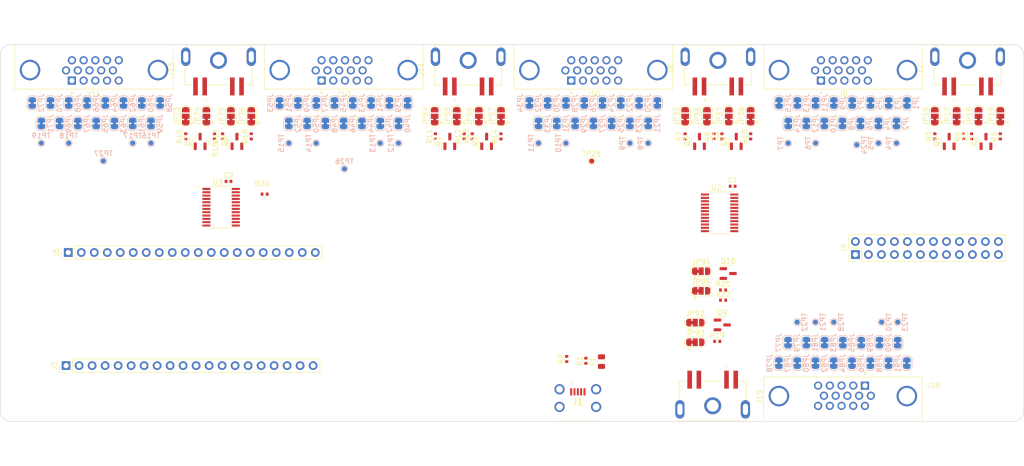
<source format=kicad_pcb>
(kicad_pcb (version 20221018) (generator pcbnew)
  (layers (0 "F.Cu" signal) (31 "B.Cu" signal) (34 "B.Paste" user) (35 "F.Paste" user) (36 "B.SilkS" user "B.Silkscreen") (37 "F.SilkS" user "F.Silkscreen") (38 "B.Mask" user) (39 "F.Mask" user) (44 "Edge.Cuts" user))
  (net 0 "")
  (net 1 "Net-(#FLG01-pwr)")
  (net 2 "VBUS")
  (net 3 "GND")
  (net 4 "Net-(J1-Pad2)")
  (net 5 "Net-(J1-Pad3)")
  (net 6 "Net-(J1-Pad4)")
  (net 7 "CTRL_PORT_RED")
  (net 8 "CTRL_PORT_GREEN")
  (net 9 "CTRL_PORT_BLUE")
  (net 11 "3v3_EN")
  (net 12 "GPIO21")
  (net 14 "Net-(JP6-A)")
  (net 17 "CTRL_PORT_HSYNC")
  (net 18 "CTRL_PORT_VSYNC")
  (net 21 "I2C0_SDA")
  (net 22 "I2C0_SCL")
  (net 23 "+3V3")
  (net 24 "CTRL_PORT_ADB_PWR_ON")
  (net 25 "CTRL_PORT_ADB_DATA")
  (net 26 "PORT_1_ADB_PWR_ON")
  (net 27 "PORT_1_ADB_DATA")
  (net 28 "PORT_2_ADB_PWR_ON")
  (net 29 "PORT_2_ADB_DATA")
  (net 30 "PORT_3_ADB_PWR_ON")
  (net 31 "PORT_3_ADB_DATA")
  (net 32 "PORT_4_ADB_PWR_ON")
  (net 33 "PORT_4_ADB_DATA")
  (net 34 "UART0_TX")
  (net 35 "UART0_RX")
  (net 36 "GPIO14")
  (net 37 "GPIO15")
  (net 38 "VSYS")
  (net 39 "Net-(JP25-A)")
  (net 40 "ADC_VREF")
  (net 41 "GPIO28")
  (net 42 "AGND")
  (net 43 "GPIO27")
  (net 44 "GPIO26")
  (net 45 "RUN")
  (net 46 "GPIO22")
  (net 47 "Net-(JP44-A)")
  (net 48 "GPIO20")
  (net 49 "SEL_U1")
  (net 50 "OE_U1")
  (net 51 "SEL_U2")
  (net 52 "OE_U2")
  (net 53 "/Input Port 1/ADB_EXT_PWR_ON")
  (net 54 "/Input Port 1/ADB_EXT_DATA")
  (net 55 "/Input Port 1/ADB_EXT_5v")
  (net 56 "Net-(JP13-B)")
  (net 57 "Net-(JP10-B)")
  (net 58 "Net-(JP7-B)")
  (net 59 "Net-(JP4-B)")
  (net 60 "Net-(JP1-B)")
  (net 61 "Net-(JP15-B)")
  (net 62 "Net-(JP12-B)")
  (net 63 "Net-(JP9-B)")
  (net 64 "Net-(JP6-B)")
  (net 65 "Net-(JP3-B)")
  (net 66 "Net-(JP14-B)")
  (net 67 "Net-(JP11-B)")
  (net 68 "Net-(JP8-B)")
  (net 69 "Net-(JP5-B)")
  (net 70 "Net-(JP2-B)")
  (net 71 "/Input Port 2/ADB_EXT_PWR_ON")
  (net 72 "/Input Port 2/ADB_EXT_DATA")
  (net 73 "/Input Port 2/ADB_EXT_5v")
  (net 74 "Net-(JP32-B)")
  (net 75 "Net-(JP29-B)")
  (net 76 "Net-(JP26-B)")
  (net 77 "Net-(JP23-B)")
  (net 78 "Net-(JP20-B)")
  (net 79 "Net-(JP34-B)")
  (net 80 "Net-(JP31-B)")
  (net 81 "Net-(JP28-B)")
  (net 82 "Net-(JP25-B)")
  (net 83 "Net-(JP22-B)")
  (net 84 "Net-(JP33-B)")
  (net 85 "Net-(JP30-B)")
  (net 86 "Net-(JP27-B)")
  (net 87 "Net-(JP24-B)")
  (net 88 "Net-(JP21-B)")
  (net 89 "/Input Port 3/ADB_EXT_PWR_ON")
  (net 90 "/Input Port 3/ADB_EXT_DATA")
  (net 91 "/Input Port 3/ADB_EXT_5v")
  (net 92 "Net-(JP51-B)")
  (net 93 "Net-(JP48-B)")
  (net 94 "Net-(JP45-B)")
  (net 95 "Net-(JP42-B)")
  (net 96 "Net-(JP39-B)")
  (net 97 "Net-(JP53-B)")
  (net 98 "Net-(JP50-B)")
  (net 99 "Net-(JP47-B)")
  (net 100 "Net-(JP44-B)")
  (net 101 "Net-(JP41-B)")
  (net 102 "Net-(JP52-B)")
  (net 103 "Net-(JP49-B)")
  (net 104 "Net-(JP46-B)")
  (net 105 "Net-(JP43-B)")
  (net 106 "Net-(JP40-B)")
  (net 107 "/Input Port 4/ADB_EXT_PWR_ON")
  (net 108 "/Input Port 4/ADB_EXT_DATA")
  (net 109 "/Input Port 4/ADB_EXT_5v")
  (net 110 "Net-(JP70-B)")
  (net 111 "Net-(JP67-B)")
  (net 112 "Net-(JP64-B)")
  (net 113 "Net-(JP61-B)")
  (net 114 "Net-(JP58-B)")
  (net 115 "Net-(JP72-B)")
  (net 116 "Net-(JP69-B)")
  (net 117 "Net-(JP66-B)")
  (net 118 "Net-(JP63-B)")
  (net 119 "Net-(JP60-B)")
  (net 120 "Net-(JP71-B)")
  (net 121 "Net-(JP68-B)")
  (net 122 "Net-(JP65-B)")
  (net 123 "Net-(JP62-B)")
  (net 124 "Net-(JP59-B)")
  (net 125 "/Control Port/ADB_EXT_PWR_ON")
  (net 126 "/Control Port/ADB_EXT_DATA")
  (net 127 "/Control Port/ADB_EXT_5v")
  (net 128 "Net-(JP89-B)")
  (net 129 "Net-(JP86-B)")
  (net 130 "Net-(JP83-B)")
  (net 131 "Net-(JP80-B)")
  (net 132 "Net-(JP77-B)")
  (net 133 "Net-(JP91-B)")
  (net 134 "Net-(JP88-B)")
  (net 135 "Net-(JP85-B)")
  (net 136 "Net-(JP82-B)")
  (net 137 "Net-(JP79-B)")
  (net 138 "Net-(JP90-B)")
  (net 139 "Net-(JP87-B)")
  (net 140 "Net-(JP84-B)")
  (net 141 "Net-(JP81-B)")
  (net 142 "Net-(JP78-B)")
  (net 143 "Net-(JP2-A)")
  (net 144 "Net-(JP4-A)")
  (net 145 "PORT_1_VSYNC")
  (net 146 "PORT_1_BLUE")
  (net 147 "PORT_1_HSYNC")
  (net 148 "PORT_1_GREEN")
  (net 149 "Net-(JP11-A)")
  (net 150 "PORT_1_RED")
  (net 151 "Net-(JP14-A)")
  (net 152 "Net-(JP16-C)")
  (net 153 "Net-(JP17-C)")
  (net 154 "Net-(JP18-C)")
  (net 155 "Net-(JP19-C)")
  (net 156 "Net-(JP21-A)")
  (net 157 "Net-(JP23-A)")
  (net 158 "PORT_2_VSYNC")
  (net 159 "PORT_2_BLUE")
  (net 160 "PORT_2_HSYNC")
  (net 161 "PORT_2_GREEN")
  (net 162 "Net-(JP30-A)")
  (net 163 "PORT_2_RED")
  (net 164 "Net-(JP33-A)")
  (net 165 "Net-(JP35-C)")
  (net 166 "Net-(JP36-C)")
  (net 167 "Net-(JP37-C)")
  (net 168 "Net-(JP38-C)")
  (net 169 "Net-(JP40-A)")
  (net 170 "Net-(JP42-A)")
  (net 171 "PORT_3_VSYNC")
  (net 172 "PORT_3_BLUE")
  (net 173 "PORT_3_HSYNC")
  (net 174 "PORT_3_GREEN")
  (net 175 "Net-(JP49-A)")
  (net 176 "PORT_3_RED")
  (net 177 "Net-(JP52-A)")
  (net 178 "Net-(JP54-C)")
  (net 179 "Net-(JP55-C)")
  (net 180 "Net-(JP56-C)")
  (net 181 "Net-(JP57-C)")
  (net 182 "Net-(JP59-A)")
  (net 183 "Net-(JP61-A)")
  (net 184 "PORT_4_VSYNC")
  (net 185 "PORT_4_BLUE")
  (net 186 "PORT_4_HSYNC")
  (net 187 "PORT_4_GREEN")
  (net 188 "Net-(JP68-A)")
  (net 189 "PORT_4_RED")
  (net 190 "Net-(JP71-A)")
  (net 191 "Net-(JP73-C)")
  (net 192 "Net-(JP74-C)")
  (net 193 "Net-(JP75-C)")
  (net 194 "Net-(JP76-C)")
  (net 195 "Net-(JP78-A)")
  (net 196 "Net-(JP80-A)")
  (net 197 "Net-(JP87-A)")
  (net 198 "Net-(JP90-A)")
  (net 199 "Net-(JP92-C)")
  (net 200 "Net-(JP93-C)")
  (net 201 "Net-(JP94-C)")
  (net 202 "Net-(JP95-C)")
  (net 203 "Net-(J3-D-)")
  (net 204 "Host_USB_D-")
  (net 205 "Host_USB_D+")
  (net 206 "Net-(J3-D+)")
  (net 217 "Net-(JP63-A)")
  (net 218 "Net-(JP82-A)")
  (footprint "Jumper:SolderJumper-3_P1.3mm_Bridged12_RoundedPad1.0x1.5mm" (layer "F.Cu") (at 124.888043 53.975 90)
    (fp_text reference "JP54")
    (fp_text value "SolderJumper_3_Bridged12")
  )
  (footprint "Capacitor_SMD:C_0402_1005Metric" (layer "F.Cu") (at 84.6 66.7)
    (fp_text reference "C2")
    (fp_text value "100nF")
  )
  (footprint "Jumper:SolderJumper-3_P1.3mm_Bridged12_RoundedPad1.0x1.5mm" (layer "F.Cu") (at 231.133327 53.975 90)
    (fp_text reference "JP18")
    (fp_text value "SolderJumper_3_Bridged12")
  )
  (footprint "Capacitor_SMD:C_0402_1005Metric" (layer "F.Cu") (at 183.1 67.65)
    (fp_text reference "C1")
    (fp_text value "100nF")
  )
  (footprint "Jumper:SolderJumper-3_P1.3mm_Bridged12_RoundedPad1.0x1.5mm" (layer "F.Cu") (at 85.067246 53.975 90)
    (fp_text reference "JP75")
    (fp_text value "SolderJumper_3_Bridged12")
  )
  (footprint "Resistor_SMD:R_0402_1005Metric" (layer "F.Cu") (at 130.642543 57.905 90)
    (fp_text reference "R12")
    (fp_text value "10k")
  )
  (footprint "Connector_Dsub:DSUB-15-HD_Female_Horizontal_P2.29x1.98mm_EdgePinOffset3.03mm_Housed_MountingHolesOffset4.94mm" (layer "F.Cu") (at 208.954178 106.6)
    (fp_text reference "J16")
    (fp_text value "DE15_Receptacle_HighDensity_MountingHoles")
  )
  (footprint "Connector_PinHeader_2.54mm:PinHeader_1x20_P2.54mm_Vertical" (layer "F.Cu") (at 52.87 102.7 90)
    (fp_text reference "J5")
    (fp_text value "Conn_01x20_Pin")
  )
  (footprint "TestPoint:TestPoint_Pad_D1.0mm" (layer "F.Cu") (at 155.55 62.75)
    (fp_text reference "TP25")
    (fp_text value "TestPoint_Small")
  )
  (footprint "Jumper:SolderJumper-3_P1.3mm_Bridged12_RoundedPad1.0x1.5mm" (layer "F.Cu") (at 80.267246 53.975 90)
    (fp_text reference "JP74")
    (fp_text value "SolderJumper_3_Bridged12")
  )
  (footprint "Jumper:SolderJumper-3_P1.3mm_Bridged12_RoundedPad1.0x1.5mm" (layer "F.Cu") (at 176.95 84.2575)
    (fp_text reference "JP94")
    (fp_text value "SolderJumper_3_Bridged12")
  )
  (footprint "Package_TO_SOT_SMD:SOT-23" (layer "F.Cu") (at 183.809269 58.895 90)
    (fp_text reference "Q4")
    (fp_text value "BSS138")
  )
  (footprint "Resistor_SMD:R_0402_1005Metric" (layer "F.Cu") (at 173.815269 57.905 90)
    (fp_text reference "R7")
    (fp_text value "10k")
  )
  (footprint "libraries:CUI_MD2-40ST-SMT" (layer "F.Cu") (at 180.215269 43.95 90)
    (fp_text reference "J9")
    (fp_text value "~")
  )
  (footprint "Package_TO_SOT_SMD:SOT-23" (layer "F.Cu") (at 232.593995 58.895 90)
    (fp_text reference "Q2")
    (fp_text value "BSS138")
  )
  (footprint "Resistor_SMD:R_0402_1005Metric" (layer "F.Cu") (at 83.433817 57.905 90)
    (fp_text reference "R17")
    (fp_text value "10k")
  )
  (footprint "libraries:U254051N4BH806" (layer "F.Cu") (at 152.85 109.8)
    (fp_text reference "J1")
    (fp_text value "Micro USB" hide)
  )
  (footprint "Jumper:SolderJumper-3_P1.3mm_Bridged12_RoundedPad1.0x1.5mm" (layer "F.Cu") (at 76.245817 53.975 90)
    (fp_text reference "JP73")
    (fp_text value "SolderJumper_3_Bridged12")
  )
  (footprint "Package_TO_SOT_SMD:SOT-23" (layer "F.Cu") (at 79.051817 58.895 90)
    (fp_text reference "Q7")
    (fp_text value "BSS138")
  )
  (footprint "Connector_Dsub:DSUB-15-HD_Female_Horizontal_P2.29x1.98mm_EdgePinOffset3.03mm_Housed_MountingHolesOffset4.94mm" (layer "F.Cu") (at 151.569452 47 180)
    (fp_text reference "J10")
    (fp_text value "DE15_Receptacle_HighDensity_MountingHoles")
  )
  (footprint "Package_TO_SOT_SMD:SOT-23" (layer "F.Cu") (at 176.621269 58.895 90)
    (fp_text reference "Q3")
    (fp_text value "BSS138")
  )
  (footprint "Resistor_SMD:R_0402_1005Metric" (layer "F.Cu") (at 125.030543 57.905 90)
    (fp_text reference "R11")
    (fp_text value "10k")
  )
  (footprint "Resistor_SMD:R_0402_1005Metric" (layer "F.Cu") (at 150.675 101.405 90)
    (fp_text reference "R2")
    (fp_text value "33")
  )
  (footprint "Jumper:SolderJumper-3_P1.3mm_Bridged12_RoundedPad1.0x1.5mm" (layer "F.Cu") (at 235.399995 53.975 90)
    (fp_text reference "JP19")
    (fp_text value "SolderJumper_3_Bridged12")
  )
  (footprint "Resistor_SMD:R_0402_1005Metric" (layer "F.Cu") (at 89.045817 57.905 90)
    (fp_text reference "R18")
    (fp_text value "10k")
  )
  (footprint "Package_TO_SOT_SMD:SOT-23" (layer "F.Cu") (at 181.07 94.75)
    (fp_text reference "Q9")
    (fp_text value "BSS138")
  )
  (footprint "Resistor_SMD:R_0402_1005Metric" (layer "F.Cu") (at 132.218543 57.905 90)
    (fp_text reference "R13")
    (fp_text value "10k")
  )
  (footprint "Jumper:SolderJumper-3_P1.3mm_Bridged12_RoundedPad1.0x1.5mm" (layer "F.Cu") (at 178.081935 53.975 90)
    (fp_text reference "JP36")
    (fp_text value "SolderJumper_3_Bridged12")
  )
  (footprint "Resistor_SMD:R_0402_1005Metric" (layer "F.Cu") (at 76.245817 57.905 90)
    (fp_text reference "R15")
    (fp_text value "10k")
  )
  (footprint "Jumper:SolderJumper-3_P1.3mm_Bridged12_RoundedPad1.0x1.5mm" (layer "F.Cu") (at 186.615269 53.975 90)
    (fp_text reference "JP38")
    (fp_text value "SolderJumper_3_Bridged12")
  )
  (footprint "Resistor_SMD:R_0402_1005Metric" (layer "F.Cu") (at 181.23 87.9275)
    (fp_text reference "R21")
    (fp_text value "10k")
  )
  (footprint "Resistor_SMD:R_0402_1005Metric" (layer "F.Cu") (at 181.23 89.9175)
    (fp_text reference "R22")
    (fp_text value "10k")
  )
  (footprint "Package_TO_SOT_SMD:SOT-23" (layer "F.Cu") (at 127.836543 58.895 90)
    (fp_text reference "Q5")
    (fp_text value "BSS138")
  )
  (footprint "Resistor_SMD:R_0402_1005Metric" (layer "F.Cu") (at 222.599995 57.905 90)
    (fp_text reference "R3")
    (fp_text value "10k")
  )
  (footprint "Package_TO_SOT_SMD:SOT-23" (layer "F.Cu") (at 135.024543 58.895 90)
    (fp_text reference "Q6")
    (fp_text value "BSS138")
  )
  (footprint "Connector_Dsub:DSUB-15-HD_Female_Horizontal_P2.29x1.98mm_EdgePinOffset3.03mm_Housed_MountingHolesOffset4.94mm" (layer "F.Cu") (at 200.354178 47 180)
    (fp_text reference "J8")
    (fp_text value "DE15_Receptacle_HighDensity_MountingHoles")
  )
  (footprint "Resistor_SMD:R_0402_1005Metric" (layer "F.Cu") (at 91.66 69.2)
    (fp_text reference "R20")
    (fp_text value "10k")
  )
  (footprint "Connector_Dsub:DSUB-15-HD_Female_Horizontal_P2.29x1.98mm_EdgePinOffset3.03mm_Housed_MountingHolesOffset4.94mm" (layer "F.Cu") (at 54 47 180)
    (fp_text reference "J14")
    (fp_text value "DE15_Receptacle_HighDensity_MountingHoles")
  )
  (footprint "Jumper:SolderJumper-3_P1.3mm_Bridged12_RoundedPad1.0x1.5mm" (layer "F.Cu") (at 129.202209 53.975 90)
    (fp_text reference "JP55")
    (fp_text value "SolderJumper_3_Bridged12")
  )
  (footprint "Resistor_SMD:R_0402_1005Metric" (layer "F.Cu") (at 181.003269 57.905 90)
    (fp_text reference "R9")
    (fp_text value "10k")
  )
  (footprint "libraries:CUI_MD2-40ST-SMT" (layer "F.Cu") (at 82.645817 43.95 90)
    (fp_text reference "J13")
    (fp_text value "~")
  )
  (footprint "Jumper:SolderJumper-3_P1.3mm_Bridged12_RoundedPad1.0x1.5mm" (layer "F.Cu") (at 226.866661 53.975 90)
    (fp_text reference "JP17")
    (fp_text value "SolderJumper_3_Bridged12")
  )
  (footprint "Package_TO_SOT_SMD:SOT-23" (layer "F.Cu") (at 86.239817 58.895 90)
    (fp_text reference "Q8")
    (fp_text value "BSS138")
  )
  (footprint "Jumper:SolderJumper-3_P1.3mm_Bridged12_RoundedPad1.0x1.5mm" (layer "F.Cu") (at 173.815269 53.975 90)
    (fp_text reference "JP35")
    (fp_text value "SolderJumper_3_Bridged12")
  )
  (footprint "Jumper:SolderJumper-3_P1.3mm_Bridged12_RoundedPad1.0x1.5mm" (layer "F.Cu") (at 137.830543 53.975 90)
    (fp_text reference "JP57")
    (fp_text value "SolderJumper_3_Bridged12")
  )
  (footprint "Resistor_SMD:R_0402_1005Metric" (layer "F.Cu") (at 229.787995 57.905 90)
    (fp_text reference "R5")
    (fp_text value "10k")
  )
  (footprint "Resistor_SMD:R_0402_1005Metric" (layer "F.Cu") (at 235.399995 57.905 90)
    (fp_text reference "R6")
    (fp_text value "10k")
  )
  (footprint "Connector_PinHeader_2.54mm:PinHeader_1x20_P2.54mm_Vertical" (layer "F.Cu") (at 53.29 80.6 90)
    (fp_text reference "J6")
    (fp_text value "Conn_01x20_Pin")
  )
  (footprint "TS5V522CPWR:SOP65P640X120-24N" (layer "F.Cu") (at 180.55 72.85)
    (fp_text reference "U2")
    (fp_text value "TS5V522CPWR")
  )
  (footprint "libraries:CUI_MD2-40ST-SMT" (layer "F.Cu") (at 228.999995 43.95 90)
    (fp_text reference "J7")
    (fp_text value "~")
  )
  (footprint "Jumper:SolderJumper-3_P1.3mm_Bridged12_RoundedPad1.0x1.5mm" (layer "F.Cu") (at 89.045817 53.975 90)
    (fp_text reference "JP76")
    (fp_text value "SolderJumper_3_Bridged12")
  )
  (footprint "Fuse:Fuse_0805_2012Metric" (layer "F.Cu") (at 157.475 101.915 90)
    (fp_text reference "F1")
    (fp_text value "Polyfuse")
  )
  (footprint "Resistor_SMD:R_0402_1005Metric" (layer "F.Cu") (at 186.615269 57.905 90)
    (fp_text reference "R10")
    (fp_text value "10k")
  )
  (footprint "Resistor_SMD:R_0402_1005Metric" (layer "F.Cu") (at 137.830543 57.905 90)
    (fp_text reference "R14")
    (fp_text value "10k")
  )
  (footprint "Resistor_SMD:R_0402_1005Metric" (layer "F.Cu") (at 81.857817 57.905 90)
    (fp_text reference "R16")
    (fp_text value "10k")
  )
  (footprint "Jumper:SolderJumper-3_P1.3mm_Bridged12_RoundedPad1.0x1.5mm" (layer "F.Cu") (at 182.348601 53.975 90)
    (fp_text reference "JP37")
    (fp_text value "SolderJumper_3_Bridged12")
  )
  (footprint "Resistor_SMD:R_0402_1005Metric" (layer "F.Cu") (at 228.211995 57.905 90)
    (fp_text reference "R4")
    (fp_text value "10k")
  )
  (footprint "Resistor_SMD:R_0402_1005Metric" (layer "F.Cu") (at 179.427269 57.905 90)
    (fp_text reference "R8")
    (fp_text value "10k")
  )
  (footprint "Jumper:SolderJumper-3_P1.3mm_Bridged12_RoundedPad1.0x1.5mm" (layer "F.Cu") (at 222.599995 53.975 90)
    (fp_text reference "JP16")
    (fp_text value "SolderJumper_3_Bridged12")
  )
  (footprint "TS5V522CPWR:SOP65P640X120-24N" (layer "F.Cu") (at 83.15 71.75)
    (fp_text reference "U3")
    (fp_text value "TS5V522CPWR")
  )
  (footprint "Connector_Dsub:DSUB-15-HD_Female_Horizontal_P2.29x1.98mm_EdgePinOffset3.03mm_Housed_MountingHolesOffset4.94mm" (layer "F.Cu") (at 102.784726 47 180)
    (fp_text reference "J12")
    (fp_text value "DE15_Receptacle_HighDensity_MountingHoles")
  )
  (footprint "Jumper:SolderJumper-3_P1.3mm_Bridged12_RoundedPad1.0x1.5mm" (layer "F.Cu") (at 175.8 94.3)
    (fp_text reference "JP92")
    (fp_text value "SolderJumper_3_Bridged12")
  )
  (footprint "Jumper:SolderJumper-3_P1.3mm_Bridged12_RoundedPad1.0x1.5mm" (layer "F.Cu") (at 133.516375 53.975 90)
    (fp_text reference "JP56")
    (fp_text value "SolderJumper_3_Bridged12")
  )
  (footprint "Connector_PinHeader_2.54mm:PinHeader_2x12_P2.54mm_Vertical" (layer "F.Cu") (at 207.09 81 90)
    (fp_text reference "J4")
    (fp_text value "Conn_02x10_Odd_Even")
  )
  (footprint "libraries:CUI_MD2-40ST-SMT" (layer "F.Cu") (at 179.2 109.65 -90)
    (fp_text reference "J15")
    (fp_text value "~")
  )
  (footprint "Resistor_SMD:R_0402_1005Metric" (layer "F.Cu") (at 154.425 101.755 90)
    (fp_text reference "R1")
    (fp_text value "33")
  )
  (footprint "Jumper:SolderJumper-3_P1.3mm_Bridged12_RoundedPad1.0x1.5mm" (layer "F.Cu") (at 175.8 98.135)
    (fp_text reference "JP93")
    (fp_text value "SolderJumper_3_Bridged12")
  )
  (footprint "Package_TO_SOT_SMD:SOT-23" (layer "F.Cu") (at 182.22 84.7075)
    (fp_text reference "Q10")
    (fp_text value "BSS138")
  )
  (footprint "libraries:CUI_MD2-40ST-SMT" (layer "F.Cu") (at 131.430543 43.95 90)
    (fp_text reference "J11")
    (fp_text value "~")
  )
  (footprint "Jumper:SolderJumper-3_P1.3mm_Bridged12_RoundedPad1.0x1.5mm" (layer "F.Cu") (at 176.95 88.0925)
    (fp_text reference "JP95")
    (fp_text value "SolderJumper_3_Bridged12")
  )
  (footprint "Resistor_SMD:R_0402_1005Metric" (layer "F.Cu") (at 180.08 97.97)
    (fp_text reference "R19")
    (fp_text value "10k")
  )
  (footprint "Package_TO_SOT_SMD:SOT-23" (layer "F.Cu") (at 225.405995 58.895 90)
    (fp_text reference "Q1")
    (fp_text value "BSS138")
  )
  (footprint "Jumper:SolderJumper-2_P1.3mm_Bridged_RoundedPad1.0x1.5mm" (layer "B.Cu") (at 103.528296 55.384338 90)
    (fp_text reference "JP48")
    (fp_text value "SolderJumper_2_Bridged")
  )
  (footprint "Jumper:SolderJumper-2_P1.3mm_Bridged_RoundedPad1.0x1.5mm" (layer "B.Cu") (at 206.42489 102.215662 -90)
    (fp_text reference "JP84")
    (fp_text value "SolderJumper_2_Bridged")
  )
  (footprint "Jumper:SolderJumper-2_P1.3mm_Bridged_RoundedPad1.0x1.5mm" (layer "B.Cu") (at 217.169178 51.384338 90)
    (fp_text reference "JP1")
    (fp_text value "SolderJumper_2_Bridged")
  )
  (footprint "Jumper:SolderJumper-2_P1.3mm_Bridged_RoundedPad1.0x1.5mm" (layer "B.Cu") (at 51.593582 55.384338 90)
    (fp_text reference "JP69")
    (fp_text value "SolderJumper_2_Bridged")
  )
  (footprint "Jumper:SolderJumper-2_P1.3mm_Bridged_RoundedPad1.0x1.5mm" (layer "B.Cu") (at 98.171154 51.384338 -90)
    (fp_text reference "JP51")
    (fp_text value "SolderJumper_2_Bridged")
  )
  (footprint "TestPoint:TestPoint_Pad_D1.0mm" (layer "B.Cu") (at 114.24258 59.234338 -90)
    (fp_text reference "TP13")
    (fp_text value "TestPoint_Small")
  )
  (footprint "Jumper:SolderJumper-2_P1.3mm_Bridged_RoundedPad1.0x1.5mm" (layer "B.Cu") (at 204.537926 55.384338 90)
    (fp_text reference "JP8")
    (fp_text value "SolderJumper_2_Bridged")
  )
  (footprint "TestPoint:TestPoint_Pad_D1.0mm" (layer "B.Cu") (at 163.027306 59.234338 -90)
    (fp_text reference "TP9")
    (fp_text value "TestPoint_Small")
  )
  (footprint "Jumper:SolderJumper-2_P1.3mm_Bridged_RoundedPad1.0x1.5mm" (layer "B.Cu") (at 155.88445 55.384338 90)
    (fp_text reference "JP27")
    (fp_text value "SolderJumper_2_Bridged")
  )
  (footprint "Jumper:SolderJumper-2_P1.3mm_Bridged_RoundedPad1.0x1.5mm" (layer "B.Cu") (at 197.48257 55.384338 90)
    (fp_text reference "JP12")
    (fp_text value "SolderJumper_2_Bridged")
  )
  (footprint "Jumper:SolderJumper-2_P1.3mm_Bridged_RoundedPad1.0x1.5mm" (layer "B.Cu") (at 94.599726 51.384338 -90)
    (fp_text reference "JP53")
    (fp_text value "SolderJumper_2_Bridged")
  )
  (footprint "TestPoint:TestPoint_Pad_D1.0mm" (layer "B.Cu") (at 96.38544 59.234338 -90)
    (fp_text reference "TP15")
    (fp_text value "TestPoint_Small")
  )
  (footprint "Jumper:SolderJumper-2_P1.3mm_Bridged_RoundedPad1.0x1.5mm" (layer "B.Cu") (at 49.807868 51.384338 90)
    (fp_text reference "JP70")
    (fp_text value "SolderJumper_2_Bridged")
  )
  (footprint "Jumper:SolderJumper-2_P1.3mm_Bridged_RoundedPad1.0x1.5mm" (layer "B.Cu") (at 215.353462 98.215662 -90)
    (fp_text reference "JP90")
    (fp_text value "SolderJumper_2_Bridged")
  )
  (footprint "TestPoint:TestPoint_Pad_D1.0mm" (layer "B.Cu") (at 212.2 94.215662 90)
    (fp_text reference "TP20")
    (fp_text value "TestPoint_Small")
  )
  (footprint "Jumper:SolderJumper-2_P1.3mm_Bridged_RoundedPad1.0x1.5mm" (layer "B.Cu") (at 58.736438 55.384338 90)
    (fp_text reference "JP65")
    (fp_text value "SolderJumper_2_Bridged")
  )
  (footprint "Jumper:SolderJumper-2_P1.3mm_Bridged_RoundedPad1.0x1.5mm" (layer "B.Cu") (at 166.598736 55.384338 90)
    (fp_text reference "JP21")
    (fp_text value "SolderJumper_2_Bridged")
  )
  (footprint "TestPoint:TestPoint_Pad_D1.0mm" (layer "B.Cu") (at 166.598736 59.234338 -90)
    (fp_text reference "TP8")
    (fp_text value "TestPoint_Small")
  )
  (footprint "TestPoint:TestPoint_Pad_D1.0mm" (layer "B.Cu") (at 211.593282 59.234338 -90)
    (fp_text reference "TP5")
    (fp_text value "TestPoint_Small")
  )
  (footprint "Jumper:SolderJumper-2_P1.3mm_Bridged_RoundedPad1.0x1.5mm" (layer "B.Cu") (at 192.169178 51.384338 90)
    (fp_text reference "JP15")
    (fp_text value "SolderJumper_2_Bridged")
  )
  (footprint "TestPoint:TestPoint_Pad_D1.0mm" (layer "B.Cu") (at 48.022154 59.234338 180)
    (fp_text reference "TP19")
    (fp_text value "TestPoint_Small")
  )
  (footprint "Jumper:SolderJumper-2_P1.3mm_Bridged_RoundedPad1.0x1.5mm" (layer "B.Cu") (at 65.879294 55.384338 90)
    (fp_text reference "JP61")
    (fp_text value "SolderJumper_2_Bridged")
  )
  (footprint "Jumper:SolderJumper-2_P1.3mm_Bridged_RoundedPad1.0x1.5mm" (layer "B.Cu") (at 152.313022 55.384338 90)
    (fp_text reference "JP29")
    (fp_text value "SolderJumper_2_Bridged")
  )
  (footprint "Jumper:SolderJumper-2_P1.3mm_Bridged_RoundedPad1.0x1.5mm" (layer "B.Cu") (at 164.81302 51.384338 -90)
    (fp_text reference "JP22")
    (fp_text value "SolderJumper_2_Bridged")
  )
  (footprint "Jumper:SolderJumper-2_P1.3mm_Bridged_RoundedPad1.0x1.5mm" (layer "B.Cu") (at 202.853462 102.215662 -90)
    (fp_text reference "JP82")
    (fp_text value "SolderJumper_2_Bridged")
  )
  (footprint "Jumper:SolderJumper-2_P1.3mm_Bridged_RoundedPad1.0x1.5mm" (layer "B.Cu") (at 168.384452 51.384338 -90)
    (fp_text reference "JP20")
    (fp_text value "SolderJumper_2_Bridged")
  )
  (footprint "TestPoint:TestPoint_Pad_D1.0mm" (layer "B.Cu") (at 215.120962 59.234338 -90)
    (fp_text reference "TP4")
    (fp_text value "TestPoint_Small")
  )
  (footprint "Jumper:SolderJumper-2_P1.3mm_Bridged_RoundedPad1.0x1.5mm" (layer "B.Cu") (at 46.23644 51.384338 90)
    (fp_text reference "JP72")
    (fp_text value "SolderJumper_2_Bridged")
  )
  (footprint "Jumper:SolderJumper-2_P1.3mm_Bridged_RoundedPad1.0x1.5mm" (layer "B.Cu") (at 117.81401 55.384338 90)
    (fp_text reference "JP40")
    (fp_text value "SolderJumper_2_Bridged")
  )
  (footprint "Jumper:SolderJumper-2_P1.3mm_Bridged_RoundedPad1.0x1.5mm" (layer "B.Cu") (at 195.710606 102.215662 -90)
    (fp_text reference "JP87")
    (fp_text value "SolderJumper_2_Bridged")
  )
  (footprint "TestPoint:TestPoint_Pad_D1.0mm" (layer "B.Cu") (at 53.379296 59.234338 180)
    (fp_text reference "TP18")
    (fp_text value "TestPoint_Small")
  )
  (footprint "Jumper:SolderJumper-2_P1.3mm_Bridged_RoundedPad1.0x1.5mm" (layer "B.Cu") (at 150.527308 51.384338 -90)
    (fp_text reference "JP30")
    (fp_text value "SolderJumper_2_Bridged")
  )
  (footprint "Jumper:SolderJumper-2_P1.3mm_Bridged_RoundedPad1.0x1.5mm" (layer "B.Cu") (at 208.065604 55.384338 90)
    (fp_text reference "JP6")
    (fp_text value "SolderJumper_2_Bridged")
  )
  (footprint "Jumper:SolderJumper-2_P1.3mm_Bridged_RoundedPad1.0x1.5mm" (layer "B.Cu") (at 55.16501 55.384338 90)
    (fp_text reference "JP67")
    (fp_text value "SolderJumper_2_Bridged")
  )
  (footprint "Jumper:SolderJumper-2_P1.3mm_Bridged_RoundedPad1.0x1.5mm" (layer "B.Cu") (at 204.639176 98.215662 -90)
    (fp_text reference "JP83")
    (fp_text value "SolderJumper_2_Bridged")
  )
  (footprint "Jumper:SolderJumper-2_P1.3mm_Bridged_RoundedPad1.0x1.5mm" (layer "B.Cu") (at 202.883462 51.384338 90)
    (fp_text reference "JP9")
    (fp_text value "SolderJumper_2_Bridged")
  )
  (footprint "TestPoint:TestPoint_Pad_D1.0mm" (layer "B.Cu") (at 207.35 59.55 90)
    (fp_text reference "TP24")
    (fp_text value "TestPoint_Small")
  )
  (footprint "TestPoint:TestPoint_Pad_D1.0mm" (layer "B.Cu") (at 202.853462 94.215662 90)
    (fp_text reference "TP28")
    (fp_text value "TestPoint_Small")
  )
  (footprint "Jumper:SolderJumper-2_P1.3mm_Bridged_RoundedPad1.0x1.5mm" (layer "B.Cu") (at 208.210604 98.215662 -90)
    (fp_text reference "JP85")
    (fp_text value "SolderJumper_2_Bridged")
  )
  (footprint "Jumper:SolderJumper-2_P1.3mm_Bridged_RoundedPad1.0x1.5mm" (layer "B.Cu") (at 67.665008 51.384338 90)
    (fp_text reference "JP60")
    (fp_text value "SolderJumper_2_Bridged")
  )
  (footprint "Jumper:SolderJumper-2_P1.3mm_Bridged_RoundedPad1.0x1.5mm" (layer "B.Cu") (at 211.782032 98.215662 -90)
    (fp_text reference "JP89")
    (fp_text value "SolderJumper_2_Bridged")
  )
  (footprint "Jumper:SolderJumper-2_P1.3mm_Bridged_RoundedPad1.0x1.5mm" (layer "B.Cu") (at 211.593282 55.384338 90)
    (fp_text reference "JP4")
    (fp_text value "SolderJumper_2_Bridged")
  )
  (footprint "Jumper:SolderJumper-2_P1.3mm_Bridged_RoundedPad1.0x1.5mm" (layer "B.Cu") (at 64.09358 51.384338 90)
    (fp_text reference "JP62")
    (fp_text value "SolderJumper_2_Bridged")
  )
  (footprint "Jumper:SolderJumper-2_P1.3mm_Bridged_RoundedPad1.0x1.5mm" (layer "B.Cu") (at 48.022154 55.384338 90)
    (fp_text reference "JP71")
    (fp_text value "SolderJumper_2_Bridged")
  )
  (footprint "TestPoint:TestPoint_Pad_D1.0mm" (layer "B.Cu") (at 65.879294 59.234338 180)
    (fp_text reference "TP17")
    (fp_text value "TestPoint_Small")
  )
  (footprint "Jumper:SolderJumper-2_P1.3mm_Bridged_RoundedPad1.0x1.5mm" (layer "B.Cu") (at 105.31401 51.384338 -90)
    (fp_text reference "JP47")
    (fp_text value "SolderJumper_2_Bridged")
  )
  (footprint "Jumper:SolderJumper-2_P1.3mm_Bridged_RoundedPad1.0x1.5mm" (layer "B.Cu") (at 213.597746 51.384338 90)
    (fp_text reference "JP3")
    (fp_text value "SolderJumper_2_Bridged")
  )
  (footprint "Jumper:SolderJumper-2_P1.3mm_Bridged_RoundedPad1.0x1.5mm" (layer "B.Cu") (at 99.956868 55.384338 90)
    (fp_text reference "JP50")
    (fp_text value "SolderJumper_2_Bridged")
  )
  (footprint "Jumper:SolderJumper-2_P1.3mm_Bridged_RoundedPad1.0x1.5mm" (layer "B.Cu") (at 148.741594 55.384338 90)
    (fp_text reference "JP31")
    (fp_text value "SolderJumper_2_Bridged")
  )
  (footprint "TestPoint:TestPoint_Pad_D1.0mm" (layer "B.Cu") (at 101.742582 59.234338 -90)
    (fp_text reference "TP14")
    (fp_text value "TestPoint_Small")
  )
  (footprint "Jumper:SolderJumper-2_P1.3mm_Bridged_RoundedPad1.0x1.5mm" (layer "B.Cu") (at 69.450724 55.384338 90)
    (fp_text reference "JP59")
    (fp_text value "SolderJumper_2_Bridged")
  )
  (footprint "TestPoint:TestPoint_Pad_D1.0mm" (layer "B.Cu") (at 195.710606 94.215662 90)
    (fp_text reference "TP22")
    (fp_text value "TestPoint_Small")
  )
  (footprint "Jumper:SolderJumper-2_P1.3mm_Bridged_RoundedPad1.0x1.5mm" (layer "B.Cu") (at 53.379296 51.384338 90)
    (fp_text reference "JP68")
    (fp_text value "SolderJumper_2_Bridged")
  )
  (footprint "TestPoint:TestPoint_Pad_D1.0mm" (layer "B.Cu") (at 215.353462 94.215662 90)
    (fp_text reference "TP23")
    (fp_text value "TestPoint_Small")
  )
  (footprint "Jumper:SolderJumper-2_P1.3mm_Bridged_RoundedPad1.0x1.5mm" (layer "B.Cu") (at 215.120962 55.384338 90)
    (fp_text reference "JP2")
    (fp_text value "SolderJumper_2_Bridged")
  )
  (footprint "Jumper:SolderJumper-2_P1.3mm_Bridged_RoundedPad1.0x1.5mm" (layer "B.Cu") (at 116.028294 51.384338 -90)
    (fp_text reference "JP41")
    (fp_text value "SolderJumper_2_Bridged")
  )
  (footprint "Jumper:SolderJumper-2_P1.3mm_Bridged_RoundedPad1.0x1.5mm" (layer "B.Cu") (at 209.996318 102.215662 -90)
    (fp_text reference "JP86")
    (fp_text value "SolderJumper_2_Bridged")
  )
  (footprint "Jumper:SolderJumper-2_P1.3mm_Bridged_RoundedPad1.0x1.5mm" (layer "B.Cu") (at 159.455878 55.384338 90)
    (fp_text reference "JP25")
    (fp_text value "SolderJumper_2_Bridged")
  )
  (footprint "Jumper:SolderJumper-2_P1.3mm_Bridged_RoundedPad1.0x1.5mm" (layer "B.Cu") (at 154.098736 51.384338 -90)
    (fp_text reference "JP28")
    (fp_text value "SolderJumper_2_Bridged")
  )
  (footprint "Jumper:SolderJumper-2_P1.3mm_Bridged_RoundedPad1.0x1.5mm" (layer "B.Cu") (at 206.45489 51.384338 90)
    (fp_text reference "JP7")
    (fp_text value "SolderJumper_2_Bridged")
  )
  (footprint "Jumper:SolderJumper-2_P1.3mm_Bridged_RoundedPad1.0x1.5mm" (layer "B.Cu") (at 110.671152 55.384338 90)
    (fp_text reference "JP44")
    (fp_text value "SolderJumper_2_Bridged")
  )
  (footprint "TestPoint:TestPoint_Pad_D1.0mm" (layer "B.Cu") (at 193.954892 59.234338 -90)
    (fp_text reference "TP7")
    (fp_text value "TestPoint_Small")
  )
  (footprint "Jumper:SolderJumper-2_P1.3mm_Bridged_RoundedPad1.0x1.5mm" (layer "B.Cu") (at 163.027306 55.384338 90)
    (fp_text reference "JP23")
    (fp_text value "SolderJumper_2_Bridged")
  )
  (footprint "TestPoint:TestPoint_Pad_D1.0mm" (layer "B.Cu") (at 199.312034 59.234338 -90)
    (fp_text reference "TP6")
    (fp_text value "TestPoint_Small")
  )
  (footprint "Jumper:SolderJumper-2_P1.3mm_Bridged_RoundedPad1.0x1.5mm" (layer "B.Cu") (at 146.95588 51.384338 -90)
    (fp_text reference "JP32")
    (fp_text value "SolderJumper_2_Bridged")
  )
  (footprint "Jumper:SolderJumper-2_P1.3mm_Bridged_RoundedPad1.0x1.5mm" (layer "B.Cu") (at 161.241592 51.384338 -90)
    (fp_text reference "JP24")
    (fp_text value "SolderJumper_2_Bridged")
  )
  (footprint "Jumper:SolderJumper-2_P1.3mm_Bridged_RoundedPad1.0x1.5mm" (layer "B.Cu") (at 112.456866 51.384338 -90)
    (fp_text reference "JP43")
    (fp_text value "SolderJumper_2_Bridged")
  )
  (footprint "Jumper:SolderJumper-2_P1.3mm_Bridged_RoundedPad1.0x1.5mm" (layer "B.Cu") (at 107.099724 55.384338 90)
    (fp_text reference "JP46")
    (fp_text value "SolderJumper_2_Bridged")
  )
  (footprint "Jumper:SolderJumper-2_P1.3mm_Bridged_RoundedPad1.0x1.5mm" (layer "B.Cu") (at 193.924892 98.215662 -90)
    (fp_text reference "JP77")
    (fp_text value "SolderJumper_2_Bridged")
  )
  (footprint "Jumper:SolderJumper-2_P1.3mm_Bridged_RoundedPad1.0x1.5mm" (layer "B.Cu") (at 213.567746 102.215662 -90)
    (fp_text reference "JP88")
    (fp_text value "SolderJumper_2_Bridged")
  )
  (footprint "Jumper:SolderJumper-2_P1.3mm_Bridged_RoundedPad1.0x1.5mm" (layer "B.Cu") (at 96.38544 55.384338 90)
    (fp_text reference "JP52")
    (fp_text value "SolderJumper_2_Bridged")
  )
  (footprint "Jumper:SolderJumper-2_P1.3mm_Bridged_RoundedPad1.0x1.5mm" (layer "B.Cu") (at 56.950724 51.384338 90)
    (fp_text reference "JP66")
    (fp_text value "SolderJumper_2_Bridged")
  )
  (footprint "TestPoint:TestPoint_Pad_D1.0mm" (layer "B.Cu") (at 107.25 64.25 180)
    (fp_text reference "TP26")
    (fp_text value "TestPoint_Small")
  )
  (footprint "Jumper:SolderJumper-2_P1.3mm_Bridged_RoundedPad1.0x1.5mm" (layer "B.Cu") (at 210.026318 51.384338 90)
    (fp_text reference "JP5")
    (fp_text value "SolderJumper_2_Bridged")
  )
  (footprint "TestPoint:TestPoint_Pad_D1.0mm" (layer "B.Cu") (at 69.450724 59.234338 180)
    (fp_text reference "TP16")
    (fp_text value "TestPoint_Small")
  )
  (footprint "Jumper:SolderJumper-2_P1.3mm_Bridged_RoundedPad1.0x1.5mm" (layer "B.Cu") (at 101.742582 51.384338 -90)
    (fp_text reference "JP49")
    (fp_text value "SolderJumper_2_Bridged")
  )
  (footprint "TestPoint:TestPoint_Pad_D1.0mm" (layer "B.Cu") (at 117.81401 59.234338 -90)
    (fp_text reference "TP12")
    (fp_text value "TestPoint_Small")
  )
  (footprint "Jumper:SolderJumper-2_P1.3mm_Bridged_RoundedPad1.0x1.5mm" (layer "B.Cu") (at 192.139178 102.215662 -90)
    (fp_text reference "JP78")
    (fp_text value "SolderJumper_2_Bridged")
  )
  (footprint "Jumper:SolderJumper-2_P1.3mm_Bridged_RoundedPad1.0x1.5mm" (layer "B.Cu") (at 60.522152 51.384338 90)
    (fp_text reference "JP64")
    (fp_text value "SolderJumper_2_Bridged")
  )
  (footprint "TestPoint:TestPoint_Pad_D1.0mm" (layer "B.Cu") (at 145.170166 59.234338 -90)
    (fp_text reference "TP11")
    (fp_text value "TestPoint_Small")
  )
  (footprint "Jumper:SolderJumper-2_P1.3mm_Bridged_RoundedPad1.0x1.5mm" (layer "B.Cu") (at 201.067748 98.215662 -90)
    (fp_text reference "JP81")
    (fp_text value "SolderJumper_2_Bridged")
  )
  (footprint "Jumper:SolderJumper-2_P1.3mm_Bridged_RoundedPad1.0x1.5mm" (layer "B.Cu") (at 143.384452 51.384338 -90)
    (fp_text reference "JP34")
    (fp_text value "SolderJumper_2_Bridged")
  )
  (footprint "Jumper:SolderJumper-2_P1.3mm_Bridged_RoundedPad1.0x1.5mm" (layer "B.Cu") (at 145.170166 55.384338 90)
    (fp_text reference "JP33")
    (fp_text value "SolderJumper_2_Bridged")
  )
  (footprint "Jumper:SolderJumper-2_P1.3mm_Bridged_RoundedPad1.0x1.5mm" (layer "B.Cu") (at 108.885438 51.384338 -90)
    (fp_text reference "JP45")
    (fp_text value "SolderJumper_2_Bridged")
  )
  (footprint "Jumper:SolderJumper-2_P1.3mm_Bridged_RoundedPad1.0x1.5mm" (layer "B.Cu") (at 197.49632 98.215662 -90)
    (fp_text reference "JP79")
    (fp_text value "SolderJumper_2_Bridged")
  )
  (footprint "Jumper:SolderJumper-2_P1.3mm_Bridged_RoundedPad1.0x1.5mm" (layer "B.Cu") (at 157.670164 51.384338 -90)
    (fp_text reference "JP26")
    (fp_text value "SolderJumper_2_Bridged")
  )
  (footprint "TestPoint:TestPoint_Pad_D1.0mm" (layer "B.Cu") (at 150.527308 59.234338 -90)
    (fp_text reference "TP10")
    (fp_text value "TestPoint_Small")
  )
  (footprint "Jumper:SolderJumper-2_P1.3mm_Bridged_RoundedPad1.0x1.5mm" (layer "B.Cu") (at 217.139178 102.215662 -90)
    (fp_text reference "JP91")
    (fp_text value "SolderJumper_2_Bridged")
  )
  (footprint "Jumper:SolderJumper-2_P1.3mm_Bridged_RoundedPad1.0x1.5mm" (layer "B.Cu") (at 199.312034 51.384338 90)
    (fp_text reference "JP11")
    (fp_text value "SolderJumper_2_Bridged")
  )
  (footprint "Jumper:SolderJumper-2_P1.3mm_Bridged_RoundedPad1.0x1.5mm" (layer "B.Cu") (at 71.23644 51.384338 90)
    (fp_text reference "JP58")
    (fp_text value "SolderJumper_2_Bridged")
  )
  (footprint "Jumper:SolderJumper-2_P1.3mm_Bridged_RoundedPad1.0x1.5mm" (layer "B.Cu") (at 193.954892 55.384338 90)
    (fp_text reference "JP14")
    (fp_text value "SolderJumper_2_Bridged")
  )
  (footprint "TestPoint:TestPoint_Pad_D1.0mm" (layer "B.Cu") (at 60.15 62.7 180)
    (fp_text reference "TP27")
    (fp_text value "TestPoint_Small")
  )
  (footprint "TestPoint:TestPoint_Pad_D1.0mm" (layer "B.Cu") (at 199.282034 94.215662 90)
    (fp_text reference "TP21")
    (fp_text value "TestPoint_Small")
  )
  (footprint "Jumper:SolderJumper-2_P1.3mm_Bridged_RoundedPad1.0x1.5mm" (layer "B.Cu") (at 201.010248 55.384338 90)
    (fp_text reference "JP10")
    (fp_text value "SolderJumper_2_Bridged")
  )
  (footprint "Jumper:SolderJumper-2_P1.3mm_Bridged_RoundedPad1.0x1.5mm" (layer "B.Cu") (at 114.24258 55.384338 90)
    (fp_text reference "JP42")
    (fp_text value "SolderJumper_2_Bridged")
  )
  (footprint "Jumper:SolderJumper-2_P1.3mm_Bridged_RoundedPad1.0x1.5mm" (layer "B.Cu") (at 195.740606 51.384338 90)
    (fp_text reference "JP13")
    (fp_text value "SolderJumper_2_Bridged")
  )
  (footprint "Jumper:SolderJumper-2_P1.3mm_Bridged_RoundedPad1.0x1.5mm" (layer "B.Cu") (at 119.599726 51.384338 -90)
    (fp_text reference "JP39")
    (fp_text value "SolderJumper_2_Bridged")
  )
  (footprint "Jumper:SolderJumper-2_P1.3mm_Bridged_RoundedPad1.0x1.5mm" (layer "B.Cu") (at 62.307866 55.384338 90)
    (fp_text reference "JP63")
    (fp_text value "SolderJumper_2_Bridged")
  )
  (footprint "Jumper:SolderJumper-2_P1.3mm_Bridged_RoundedPad1.0x1.5mm" (layer "B.Cu") (at 199.282034 102.215662 -90)
    (fp_text reference "JP80")
    (fp_text value "SolderJumper_2_Bridged")
  )
  (gr_arc (start 42 113.6) (mid 40.585786 113.014214) (end 40 111.6) (stroke (width 0.1)) (layer "Edge.Cuts"))
  (gr_arc (start 238 40) (mid 239.414214 40.585786) (end 240 42) (stroke (width 0.1)) (layer "Edge.Cuts"))
  (gr_arc (start 240 111.6) (mid 239.414214 113.014214) (end 238 113.6) (stroke (width 0.1)) (layer "Edge.Cuts"))
  (gr_line (start 42 40) (end 238 40) (stroke (width 0.1)) (layer "Edge.Cuts"))
  (gr_line (start 40 111.6) (end 40 42) (stroke (width 0.1)) (layer "Edge.Cuts"))
  (gr_line (start 238 113.6) (end 42 113.6) (stroke (width 0.1)) (layer "Edge.Cuts"))
  (gr_line (start 240 111.6) (end 240 42) (stroke (width 0.1)) (layer "Edge.Cuts"))
  (gr_arc (start 40 42) (mid 40.585786 40.585786) (end 42 40) (stroke (width 0.1)) (layer "Edge.Cuts"))
)
</source>
